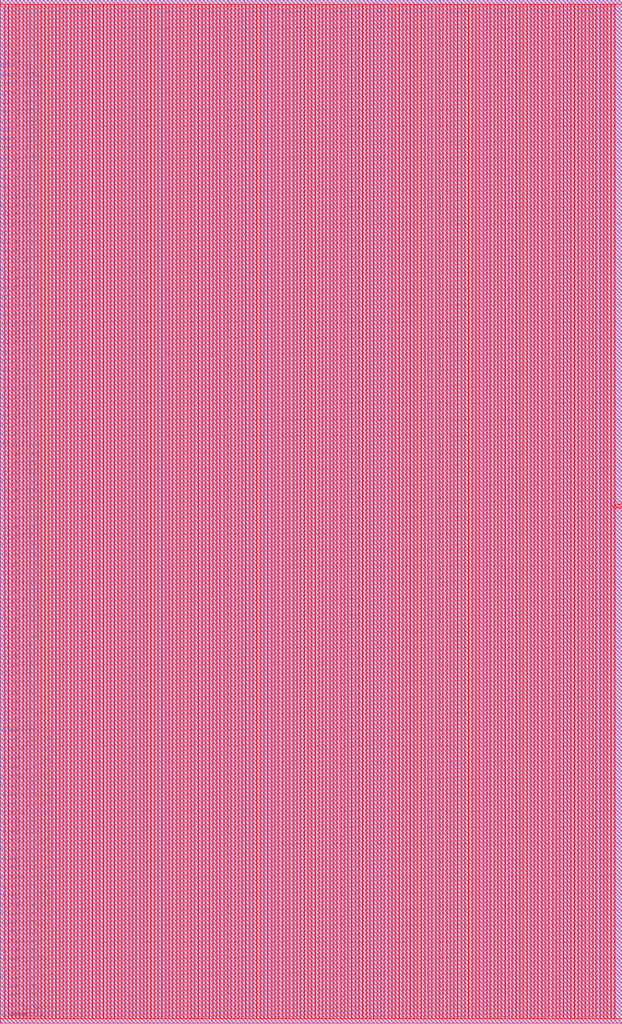
<source format=lef>
VERSION 5.7 ;
BUSBITCHARS "[]" ;
MACRO sram_32x2048_1rw
  FOREIGN sram_32x2048_1rw 0 0 ;
  SYMMETRY X Y R90 ;
  SIZE 190.760 BY 313.600 ;
  CLASS BLOCK ;
  PIN w_mask_in[0]
    DIRECTION INPUT ;
    USE SIGNAL ;
    SHAPE ABUTMENT ;
    PORT
      LAYER metal3 ;
      RECT 0.000 1.365 0.070 1.435 ;
    END
  END w_mask_in[0]
  PIN w_mask_in[1]
    DIRECTION INPUT ;
    USE SIGNAL ;
    SHAPE ABUTMENT ;
    PORT
      LAYER metal3 ;
      RECT 0.000 4.165 0.070 4.235 ;
    END
  END w_mask_in[1]
  PIN w_mask_in[2]
    DIRECTION INPUT ;
    USE SIGNAL ;
    SHAPE ABUTMENT ;
    PORT
      LAYER metal3 ;
      RECT 0.000 6.965 0.070 7.035 ;
    END
  END w_mask_in[2]
  PIN w_mask_in[3]
    DIRECTION INPUT ;
    USE SIGNAL ;
    SHAPE ABUTMENT ;
    PORT
      LAYER metal3 ;
      RECT 0.000 9.765 0.070 9.835 ;
    END
  END w_mask_in[3]
  PIN w_mask_in[4]
    DIRECTION INPUT ;
    USE SIGNAL ;
    SHAPE ABUTMENT ;
    PORT
      LAYER metal3 ;
      RECT 0.000 12.565 0.070 12.635 ;
    END
  END w_mask_in[4]
  PIN w_mask_in[5]
    DIRECTION INPUT ;
    USE SIGNAL ;
    SHAPE ABUTMENT ;
    PORT
      LAYER metal3 ;
      RECT 0.000 15.365 0.070 15.435 ;
    END
  END w_mask_in[5]
  PIN w_mask_in[6]
    DIRECTION INPUT ;
    USE SIGNAL ;
    SHAPE ABUTMENT ;
    PORT
      LAYER metal3 ;
      RECT 0.000 18.165 0.070 18.235 ;
    END
  END w_mask_in[6]
  PIN w_mask_in[7]
    DIRECTION INPUT ;
    USE SIGNAL ;
    SHAPE ABUTMENT ;
    PORT
      LAYER metal3 ;
      RECT 0.000 20.965 0.070 21.035 ;
    END
  END w_mask_in[7]
  PIN w_mask_in[8]
    DIRECTION INPUT ;
    USE SIGNAL ;
    SHAPE ABUTMENT ;
    PORT
      LAYER metal3 ;
      RECT 0.000 23.765 0.070 23.835 ;
    END
  END w_mask_in[8]
  PIN w_mask_in[9]
    DIRECTION INPUT ;
    USE SIGNAL ;
    SHAPE ABUTMENT ;
    PORT
      LAYER metal3 ;
      RECT 0.000 26.565 0.070 26.635 ;
    END
  END w_mask_in[9]
  PIN w_mask_in[10]
    DIRECTION INPUT ;
    USE SIGNAL ;
    SHAPE ABUTMENT ;
    PORT
      LAYER metal3 ;
      RECT 0.000 29.365 0.070 29.435 ;
    END
  END w_mask_in[10]
  PIN w_mask_in[11]
    DIRECTION INPUT ;
    USE SIGNAL ;
    SHAPE ABUTMENT ;
    PORT
      LAYER metal3 ;
      RECT 0.000 32.165 0.070 32.235 ;
    END
  END w_mask_in[11]
  PIN w_mask_in[12]
    DIRECTION INPUT ;
    USE SIGNAL ;
    SHAPE ABUTMENT ;
    PORT
      LAYER metal3 ;
      RECT 0.000 34.965 0.070 35.035 ;
    END
  END w_mask_in[12]
  PIN w_mask_in[13]
    DIRECTION INPUT ;
    USE SIGNAL ;
    SHAPE ABUTMENT ;
    PORT
      LAYER metal3 ;
      RECT 0.000 37.765 0.070 37.835 ;
    END
  END w_mask_in[13]
  PIN w_mask_in[14]
    DIRECTION INPUT ;
    USE SIGNAL ;
    SHAPE ABUTMENT ;
    PORT
      LAYER metal3 ;
      RECT 0.000 40.565 0.070 40.635 ;
    END
  END w_mask_in[14]
  PIN w_mask_in[15]
    DIRECTION INPUT ;
    USE SIGNAL ;
    SHAPE ABUTMENT ;
    PORT
      LAYER metal3 ;
      RECT 0.000 43.365 0.070 43.435 ;
    END
  END w_mask_in[15]
  PIN w_mask_in[16]
    DIRECTION INPUT ;
    USE SIGNAL ;
    SHAPE ABUTMENT ;
    PORT
      LAYER metal3 ;
      RECT 0.000 46.165 0.070 46.235 ;
    END
  END w_mask_in[16]
  PIN w_mask_in[17]
    DIRECTION INPUT ;
    USE SIGNAL ;
    SHAPE ABUTMENT ;
    PORT
      LAYER metal3 ;
      RECT 0.000 48.965 0.070 49.035 ;
    END
  END w_mask_in[17]
  PIN w_mask_in[18]
    DIRECTION INPUT ;
    USE SIGNAL ;
    SHAPE ABUTMENT ;
    PORT
      LAYER metal3 ;
      RECT 0.000 51.765 0.070 51.835 ;
    END
  END w_mask_in[18]
  PIN w_mask_in[19]
    DIRECTION INPUT ;
    USE SIGNAL ;
    SHAPE ABUTMENT ;
    PORT
      LAYER metal3 ;
      RECT 0.000 54.565 0.070 54.635 ;
    END
  END w_mask_in[19]
  PIN w_mask_in[20]
    DIRECTION INPUT ;
    USE SIGNAL ;
    SHAPE ABUTMENT ;
    PORT
      LAYER metal3 ;
      RECT 0.000 57.365 0.070 57.435 ;
    END
  END w_mask_in[20]
  PIN w_mask_in[21]
    DIRECTION INPUT ;
    USE SIGNAL ;
    SHAPE ABUTMENT ;
    PORT
      LAYER metal3 ;
      RECT 0.000 60.165 0.070 60.235 ;
    END
  END w_mask_in[21]
  PIN w_mask_in[22]
    DIRECTION INPUT ;
    USE SIGNAL ;
    SHAPE ABUTMENT ;
    PORT
      LAYER metal3 ;
      RECT 0.000 62.965 0.070 63.035 ;
    END
  END w_mask_in[22]
  PIN w_mask_in[23]
    DIRECTION INPUT ;
    USE SIGNAL ;
    SHAPE ABUTMENT ;
    PORT
      LAYER metal3 ;
      RECT 0.000 65.765 0.070 65.835 ;
    END
  END w_mask_in[23]
  PIN w_mask_in[24]
    DIRECTION INPUT ;
    USE SIGNAL ;
    SHAPE ABUTMENT ;
    PORT
      LAYER metal3 ;
      RECT 0.000 68.565 0.070 68.635 ;
    END
  END w_mask_in[24]
  PIN w_mask_in[25]
    DIRECTION INPUT ;
    USE SIGNAL ;
    SHAPE ABUTMENT ;
    PORT
      LAYER metal3 ;
      RECT 0.000 71.365 0.070 71.435 ;
    END
  END w_mask_in[25]
  PIN w_mask_in[26]
    DIRECTION INPUT ;
    USE SIGNAL ;
    SHAPE ABUTMENT ;
    PORT
      LAYER metal3 ;
      RECT 0.000 74.165 0.070 74.235 ;
    END
  END w_mask_in[26]
  PIN w_mask_in[27]
    DIRECTION INPUT ;
    USE SIGNAL ;
    SHAPE ABUTMENT ;
    PORT
      LAYER metal3 ;
      RECT 0.000 76.965 0.070 77.035 ;
    END
  END w_mask_in[27]
  PIN w_mask_in[28]
    DIRECTION INPUT ;
    USE SIGNAL ;
    SHAPE ABUTMENT ;
    PORT
      LAYER metal3 ;
      RECT 0.000 79.765 0.070 79.835 ;
    END
  END w_mask_in[28]
  PIN w_mask_in[29]
    DIRECTION INPUT ;
    USE SIGNAL ;
    SHAPE ABUTMENT ;
    PORT
      LAYER metal3 ;
      RECT 0.000 82.565 0.070 82.635 ;
    END
  END w_mask_in[29]
  PIN w_mask_in[30]
    DIRECTION INPUT ;
    USE SIGNAL ;
    SHAPE ABUTMENT ;
    PORT
      LAYER metal3 ;
      RECT 0.000 85.365 0.070 85.435 ;
    END
  END w_mask_in[30]
  PIN w_mask_in[31]
    DIRECTION INPUT ;
    USE SIGNAL ;
    SHAPE ABUTMENT ;
    PORT
      LAYER metal3 ;
      RECT 0.000 88.165 0.070 88.235 ;
    END
  END w_mask_in[31]
  PIN rd_out[0]
    DIRECTION OUTPUT ;
    USE SIGNAL ;
    SHAPE ABUTMENT ;
    PORT
      LAYER metal3 ;
      RECT 0.000 88.865 0.070 88.935 ;
    END
  END rd_out[0]
  PIN rd_out[1]
    DIRECTION OUTPUT ;
    USE SIGNAL ;
    SHAPE ABUTMENT ;
    PORT
      LAYER metal3 ;
      RECT 0.000 91.665 0.070 91.735 ;
    END
  END rd_out[1]
  PIN rd_out[2]
    DIRECTION OUTPUT ;
    USE SIGNAL ;
    SHAPE ABUTMENT ;
    PORT
      LAYER metal3 ;
      RECT 0.000 94.465 0.070 94.535 ;
    END
  END rd_out[2]
  PIN rd_out[3]
    DIRECTION OUTPUT ;
    USE SIGNAL ;
    SHAPE ABUTMENT ;
    PORT
      LAYER metal3 ;
      RECT 0.000 97.265 0.070 97.335 ;
    END
  END rd_out[3]
  PIN rd_out[4]
    DIRECTION OUTPUT ;
    USE SIGNAL ;
    SHAPE ABUTMENT ;
    PORT
      LAYER metal3 ;
      RECT 0.000 100.065 0.070 100.135 ;
    END
  END rd_out[4]
  PIN rd_out[5]
    DIRECTION OUTPUT ;
    USE SIGNAL ;
    SHAPE ABUTMENT ;
    PORT
      LAYER metal3 ;
      RECT 0.000 102.865 0.070 102.935 ;
    END
  END rd_out[5]
  PIN rd_out[6]
    DIRECTION OUTPUT ;
    USE SIGNAL ;
    SHAPE ABUTMENT ;
    PORT
      LAYER metal3 ;
      RECT 0.000 105.665 0.070 105.735 ;
    END
  END rd_out[6]
  PIN rd_out[7]
    DIRECTION OUTPUT ;
    USE SIGNAL ;
    SHAPE ABUTMENT ;
    PORT
      LAYER metal3 ;
      RECT 0.000 108.465 0.070 108.535 ;
    END
  END rd_out[7]
  PIN rd_out[8]
    DIRECTION OUTPUT ;
    USE SIGNAL ;
    SHAPE ABUTMENT ;
    PORT
      LAYER metal3 ;
      RECT 0.000 111.265 0.070 111.335 ;
    END
  END rd_out[8]
  PIN rd_out[9]
    DIRECTION OUTPUT ;
    USE SIGNAL ;
    SHAPE ABUTMENT ;
    PORT
      LAYER metal3 ;
      RECT 0.000 114.065 0.070 114.135 ;
    END
  END rd_out[9]
  PIN rd_out[10]
    DIRECTION OUTPUT ;
    USE SIGNAL ;
    SHAPE ABUTMENT ;
    PORT
      LAYER metal3 ;
      RECT 0.000 116.865 0.070 116.935 ;
    END
  END rd_out[10]
  PIN rd_out[11]
    DIRECTION OUTPUT ;
    USE SIGNAL ;
    SHAPE ABUTMENT ;
    PORT
      LAYER metal3 ;
      RECT 0.000 119.665 0.070 119.735 ;
    END
  END rd_out[11]
  PIN rd_out[12]
    DIRECTION OUTPUT ;
    USE SIGNAL ;
    SHAPE ABUTMENT ;
    PORT
      LAYER metal3 ;
      RECT 0.000 122.465 0.070 122.535 ;
    END
  END rd_out[12]
  PIN rd_out[13]
    DIRECTION OUTPUT ;
    USE SIGNAL ;
    SHAPE ABUTMENT ;
    PORT
      LAYER metal3 ;
      RECT 0.000 125.265 0.070 125.335 ;
    END
  END rd_out[13]
  PIN rd_out[14]
    DIRECTION OUTPUT ;
    USE SIGNAL ;
    SHAPE ABUTMENT ;
    PORT
      LAYER metal3 ;
      RECT 0.000 128.065 0.070 128.135 ;
    END
  END rd_out[14]
  PIN rd_out[15]
    DIRECTION OUTPUT ;
    USE SIGNAL ;
    SHAPE ABUTMENT ;
    PORT
      LAYER metal3 ;
      RECT 0.000 130.865 0.070 130.935 ;
    END
  END rd_out[15]
  PIN rd_out[16]
    DIRECTION OUTPUT ;
    USE SIGNAL ;
    SHAPE ABUTMENT ;
    PORT
      LAYER metal3 ;
      RECT 0.000 133.665 0.070 133.735 ;
    END
  END rd_out[16]
  PIN rd_out[17]
    DIRECTION OUTPUT ;
    USE SIGNAL ;
    SHAPE ABUTMENT ;
    PORT
      LAYER metal3 ;
      RECT 0.000 136.465 0.070 136.535 ;
    END
  END rd_out[17]
  PIN rd_out[18]
    DIRECTION OUTPUT ;
    USE SIGNAL ;
    SHAPE ABUTMENT ;
    PORT
      LAYER metal3 ;
      RECT 0.000 139.265 0.070 139.335 ;
    END
  END rd_out[18]
  PIN rd_out[19]
    DIRECTION OUTPUT ;
    USE SIGNAL ;
    SHAPE ABUTMENT ;
    PORT
      LAYER metal3 ;
      RECT 0.000 142.065 0.070 142.135 ;
    END
  END rd_out[19]
  PIN rd_out[20]
    DIRECTION OUTPUT ;
    USE SIGNAL ;
    SHAPE ABUTMENT ;
    PORT
      LAYER metal3 ;
      RECT 0.000 144.865 0.070 144.935 ;
    END
  END rd_out[20]
  PIN rd_out[21]
    DIRECTION OUTPUT ;
    USE SIGNAL ;
    SHAPE ABUTMENT ;
    PORT
      LAYER metal3 ;
      RECT 0.000 147.665 0.070 147.735 ;
    END
  END rd_out[21]
  PIN rd_out[22]
    DIRECTION OUTPUT ;
    USE SIGNAL ;
    SHAPE ABUTMENT ;
    PORT
      LAYER metal3 ;
      RECT 0.000 150.465 0.070 150.535 ;
    END
  END rd_out[22]
  PIN rd_out[23]
    DIRECTION OUTPUT ;
    USE SIGNAL ;
    SHAPE ABUTMENT ;
    PORT
      LAYER metal3 ;
      RECT 0.000 153.265 0.070 153.335 ;
    END
  END rd_out[23]
  PIN rd_out[24]
    DIRECTION OUTPUT ;
    USE SIGNAL ;
    SHAPE ABUTMENT ;
    PORT
      LAYER metal3 ;
      RECT 0.000 156.065 0.070 156.135 ;
    END
  END rd_out[24]
  PIN rd_out[25]
    DIRECTION OUTPUT ;
    USE SIGNAL ;
    SHAPE ABUTMENT ;
    PORT
      LAYER metal3 ;
      RECT 0.000 158.865 0.070 158.935 ;
    END
  END rd_out[25]
  PIN rd_out[26]
    DIRECTION OUTPUT ;
    USE SIGNAL ;
    SHAPE ABUTMENT ;
    PORT
      LAYER metal3 ;
      RECT 0.000 161.665 0.070 161.735 ;
    END
  END rd_out[26]
  PIN rd_out[27]
    DIRECTION OUTPUT ;
    USE SIGNAL ;
    SHAPE ABUTMENT ;
    PORT
      LAYER metal3 ;
      RECT 0.000 164.465 0.070 164.535 ;
    END
  END rd_out[27]
  PIN rd_out[28]
    DIRECTION OUTPUT ;
    USE SIGNAL ;
    SHAPE ABUTMENT ;
    PORT
      LAYER metal3 ;
      RECT 0.000 167.265 0.070 167.335 ;
    END
  END rd_out[28]
  PIN rd_out[29]
    DIRECTION OUTPUT ;
    USE SIGNAL ;
    SHAPE ABUTMENT ;
    PORT
      LAYER metal3 ;
      RECT 0.000 170.065 0.070 170.135 ;
    END
  END rd_out[29]
  PIN rd_out[30]
    DIRECTION OUTPUT ;
    USE SIGNAL ;
    SHAPE ABUTMENT ;
    PORT
      LAYER metal3 ;
      RECT 0.000 172.865 0.070 172.935 ;
    END
  END rd_out[30]
  PIN rd_out[31]
    DIRECTION OUTPUT ;
    USE SIGNAL ;
    SHAPE ABUTMENT ;
    PORT
      LAYER metal3 ;
      RECT 0.000 175.665 0.070 175.735 ;
    END
  END rd_out[31]
  PIN wd_in[0]
    DIRECTION INPUT ;
    USE SIGNAL ;
    SHAPE ABUTMENT ;
    PORT
      LAYER metal3 ;
      RECT 0.000 176.365 0.070 176.435 ;
    END
  END wd_in[0]
  PIN wd_in[1]
    DIRECTION INPUT ;
    USE SIGNAL ;
    SHAPE ABUTMENT ;
    PORT
      LAYER metal3 ;
      RECT 0.000 179.165 0.070 179.235 ;
    END
  END wd_in[1]
  PIN wd_in[2]
    DIRECTION INPUT ;
    USE SIGNAL ;
    SHAPE ABUTMENT ;
    PORT
      LAYER metal3 ;
      RECT 0.000 181.965 0.070 182.035 ;
    END
  END wd_in[2]
  PIN wd_in[3]
    DIRECTION INPUT ;
    USE SIGNAL ;
    SHAPE ABUTMENT ;
    PORT
      LAYER metal3 ;
      RECT 0.000 184.765 0.070 184.835 ;
    END
  END wd_in[3]
  PIN wd_in[4]
    DIRECTION INPUT ;
    USE SIGNAL ;
    SHAPE ABUTMENT ;
    PORT
      LAYER metal3 ;
      RECT 0.000 187.565 0.070 187.635 ;
    END
  END wd_in[4]
  PIN wd_in[5]
    DIRECTION INPUT ;
    USE SIGNAL ;
    SHAPE ABUTMENT ;
    PORT
      LAYER metal3 ;
      RECT 0.000 190.365 0.070 190.435 ;
    END
  END wd_in[5]
  PIN wd_in[6]
    DIRECTION INPUT ;
    USE SIGNAL ;
    SHAPE ABUTMENT ;
    PORT
      LAYER metal3 ;
      RECT 0.000 193.165 0.070 193.235 ;
    END
  END wd_in[6]
  PIN wd_in[7]
    DIRECTION INPUT ;
    USE SIGNAL ;
    SHAPE ABUTMENT ;
    PORT
      LAYER metal3 ;
      RECT 0.000 195.965 0.070 196.035 ;
    END
  END wd_in[7]
  PIN wd_in[8]
    DIRECTION INPUT ;
    USE SIGNAL ;
    SHAPE ABUTMENT ;
    PORT
      LAYER metal3 ;
      RECT 0.000 198.765 0.070 198.835 ;
    END
  END wd_in[8]
  PIN wd_in[9]
    DIRECTION INPUT ;
    USE SIGNAL ;
    SHAPE ABUTMENT ;
    PORT
      LAYER metal3 ;
      RECT 0.000 201.565 0.070 201.635 ;
    END
  END wd_in[9]
  PIN wd_in[10]
    DIRECTION INPUT ;
    USE SIGNAL ;
    SHAPE ABUTMENT ;
    PORT
      LAYER metal3 ;
      RECT 0.000 204.365 0.070 204.435 ;
    END
  END wd_in[10]
  PIN wd_in[11]
    DIRECTION INPUT ;
    USE SIGNAL ;
    SHAPE ABUTMENT ;
    PORT
      LAYER metal3 ;
      RECT 0.000 207.165 0.070 207.235 ;
    END
  END wd_in[11]
  PIN wd_in[12]
    DIRECTION INPUT ;
    USE SIGNAL ;
    SHAPE ABUTMENT ;
    PORT
      LAYER metal3 ;
      RECT 0.000 209.965 0.070 210.035 ;
    END
  END wd_in[12]
  PIN wd_in[13]
    DIRECTION INPUT ;
    USE SIGNAL ;
    SHAPE ABUTMENT ;
    PORT
      LAYER metal3 ;
      RECT 0.000 212.765 0.070 212.835 ;
    END
  END wd_in[13]
  PIN wd_in[14]
    DIRECTION INPUT ;
    USE SIGNAL ;
    SHAPE ABUTMENT ;
    PORT
      LAYER metal3 ;
      RECT 0.000 215.565 0.070 215.635 ;
    END
  END wd_in[14]
  PIN wd_in[15]
    DIRECTION INPUT ;
    USE SIGNAL ;
    SHAPE ABUTMENT ;
    PORT
      LAYER metal3 ;
      RECT 0.000 218.365 0.070 218.435 ;
    END
  END wd_in[15]
  PIN wd_in[16]
    DIRECTION INPUT ;
    USE SIGNAL ;
    SHAPE ABUTMENT ;
    PORT
      LAYER metal3 ;
      RECT 0.000 221.165 0.070 221.235 ;
    END
  END wd_in[16]
  PIN wd_in[17]
    DIRECTION INPUT ;
    USE SIGNAL ;
    SHAPE ABUTMENT ;
    PORT
      LAYER metal3 ;
      RECT 0.000 223.965 0.070 224.035 ;
    END
  END wd_in[17]
  PIN wd_in[18]
    DIRECTION INPUT ;
    USE SIGNAL ;
    SHAPE ABUTMENT ;
    PORT
      LAYER metal3 ;
      RECT 0.000 226.765 0.070 226.835 ;
    END
  END wd_in[18]
  PIN wd_in[19]
    DIRECTION INPUT ;
    USE SIGNAL ;
    SHAPE ABUTMENT ;
    PORT
      LAYER metal3 ;
      RECT 0.000 229.565 0.070 229.635 ;
    END
  END wd_in[19]
  PIN wd_in[20]
    DIRECTION INPUT ;
    USE SIGNAL ;
    SHAPE ABUTMENT ;
    PORT
      LAYER metal3 ;
      RECT 0.000 232.365 0.070 232.435 ;
    END
  END wd_in[20]
  PIN wd_in[21]
    DIRECTION INPUT ;
    USE SIGNAL ;
    SHAPE ABUTMENT ;
    PORT
      LAYER metal3 ;
      RECT 0.000 235.165 0.070 235.235 ;
    END
  END wd_in[21]
  PIN wd_in[22]
    DIRECTION INPUT ;
    USE SIGNAL ;
    SHAPE ABUTMENT ;
    PORT
      LAYER metal3 ;
      RECT 0.000 237.965 0.070 238.035 ;
    END
  END wd_in[22]
  PIN wd_in[23]
    DIRECTION INPUT ;
    USE SIGNAL ;
    SHAPE ABUTMENT ;
    PORT
      LAYER metal3 ;
      RECT 0.000 240.765 0.070 240.835 ;
    END
  END wd_in[23]
  PIN wd_in[24]
    DIRECTION INPUT ;
    USE SIGNAL ;
    SHAPE ABUTMENT ;
    PORT
      LAYER metal3 ;
      RECT 0.000 243.565 0.070 243.635 ;
    END
  END wd_in[24]
  PIN wd_in[25]
    DIRECTION INPUT ;
    USE SIGNAL ;
    SHAPE ABUTMENT ;
    PORT
      LAYER metal3 ;
      RECT 0.000 246.365 0.070 246.435 ;
    END
  END wd_in[25]
  PIN wd_in[26]
    DIRECTION INPUT ;
    USE SIGNAL ;
    SHAPE ABUTMENT ;
    PORT
      LAYER metal3 ;
      RECT 0.000 249.165 0.070 249.235 ;
    END
  END wd_in[26]
  PIN wd_in[27]
    DIRECTION INPUT ;
    USE SIGNAL ;
    SHAPE ABUTMENT ;
    PORT
      LAYER metal3 ;
      RECT 0.000 251.965 0.070 252.035 ;
    END
  END wd_in[27]
  PIN wd_in[28]
    DIRECTION INPUT ;
    USE SIGNAL ;
    SHAPE ABUTMENT ;
    PORT
      LAYER metal3 ;
      RECT 0.000 254.765 0.070 254.835 ;
    END
  END wd_in[28]
  PIN wd_in[29]
    DIRECTION INPUT ;
    USE SIGNAL ;
    SHAPE ABUTMENT ;
    PORT
      LAYER metal3 ;
      RECT 0.000 257.565 0.070 257.635 ;
    END
  END wd_in[29]
  PIN wd_in[30]
    DIRECTION INPUT ;
    USE SIGNAL ;
    SHAPE ABUTMENT ;
    PORT
      LAYER metal3 ;
      RECT 0.000 260.365 0.070 260.435 ;
    END
  END wd_in[30]
  PIN wd_in[31]
    DIRECTION INPUT ;
    USE SIGNAL ;
    SHAPE ABUTMENT ;
    PORT
      LAYER metal3 ;
      RECT 0.000 263.165 0.070 263.235 ;
    END
  END wd_in[31]
  PIN addr_in[0]
    DIRECTION INPUT ;
    USE SIGNAL ;
    SHAPE ABUTMENT ;
    PORT
      LAYER metal3 ;
      RECT 0.000 263.865 0.070 263.935 ;
    END
  END addr_in[0]
  PIN addr_in[1]
    DIRECTION INPUT ;
    USE SIGNAL ;
    SHAPE ABUTMENT ;
    PORT
      LAYER metal3 ;
      RECT 0.000 266.665 0.070 266.735 ;
    END
  END addr_in[1]
  PIN addr_in[2]
    DIRECTION INPUT ;
    USE SIGNAL ;
    SHAPE ABUTMENT ;
    PORT
      LAYER metal3 ;
      RECT 0.000 269.465 0.070 269.535 ;
    END
  END addr_in[2]
  PIN addr_in[3]
    DIRECTION INPUT ;
    USE SIGNAL ;
    SHAPE ABUTMENT ;
    PORT
      LAYER metal3 ;
      RECT 0.000 272.265 0.070 272.335 ;
    END
  END addr_in[3]
  PIN addr_in[4]
    DIRECTION INPUT ;
    USE SIGNAL ;
    SHAPE ABUTMENT ;
    PORT
      LAYER metal3 ;
      RECT 0.000 275.065 0.070 275.135 ;
    END
  END addr_in[4]
  PIN addr_in[5]
    DIRECTION INPUT ;
    USE SIGNAL ;
    SHAPE ABUTMENT ;
    PORT
      LAYER metal3 ;
      RECT 0.000 277.865 0.070 277.935 ;
    END
  END addr_in[5]
  PIN addr_in[6]
    DIRECTION INPUT ;
    USE SIGNAL ;
    SHAPE ABUTMENT ;
    PORT
      LAYER metal3 ;
      RECT 0.000 280.665 0.070 280.735 ;
    END
  END addr_in[6]
  PIN addr_in[7]
    DIRECTION INPUT ;
    USE SIGNAL ;
    SHAPE ABUTMENT ;
    PORT
      LAYER metal3 ;
      RECT 0.000 283.465 0.070 283.535 ;
    END
  END addr_in[7]
  PIN addr_in[8]
    DIRECTION INPUT ;
    USE SIGNAL ;
    SHAPE ABUTMENT ;
    PORT
      LAYER metal3 ;
      RECT 0.000 286.265 0.070 286.335 ;
    END
  END addr_in[8]
  PIN addr_in[9]
    DIRECTION INPUT ;
    USE SIGNAL ;
    SHAPE ABUTMENT ;
    PORT
      LAYER metal3 ;
      RECT 0.000 289.065 0.070 289.135 ;
    END
  END addr_in[9]
  PIN addr_in[10]
    DIRECTION INPUT ;
    USE SIGNAL ;
    SHAPE ABUTMENT ;
    PORT
      LAYER metal3 ;
      RECT 0.000 291.865 0.070 291.935 ;
    END
  END addr_in[10]
  PIN we_in
    DIRECTION INPUT ;
    USE SIGNAL ;
    SHAPE ABUTMENT ;
    PORT
      LAYER metal3 ;
      RECT 0.000 292.565 0.070 292.635 ;
    END
  END we_in
  PIN ce_in
    DIRECTION INPUT ;
    USE SIGNAL ;
    SHAPE ABUTMENT ;
    PORT
      LAYER metal3 ;
      RECT 0.000 295.365 0.070 295.435 ;
    END
  END ce_in
  PIN clk
    DIRECTION INPUT ;
    USE SIGNAL ;
    SHAPE ABUTMENT ;
    PORT
      LAYER metal3 ;
      RECT 0.000 298.165 0.070 298.235 ;
    END
  END clk
  PIN VSS
    DIRECTION INOUT ;
    USE GROUND ;
    PORT
      LAYER metal4 ;
      RECT 1.260 1.400 1.540 312.200 ;
      RECT 3.500 1.400 3.780 312.200 ;
      RECT 5.740 1.400 6.020 312.200 ;
      RECT 7.980 1.400 8.260 312.200 ;
      RECT 10.220 1.400 10.500 312.200 ;
      RECT 12.460 1.400 12.740 312.200 ;
      RECT 14.700 1.400 14.980 312.200 ;
      RECT 16.940 1.400 17.220 312.200 ;
      RECT 19.180 1.400 19.460 312.200 ;
      RECT 21.420 1.400 21.700 312.200 ;
      RECT 23.660 1.400 23.940 312.200 ;
      RECT 25.900 1.400 26.180 312.200 ;
      RECT 28.140 1.400 28.420 312.200 ;
      RECT 30.380 1.400 30.660 312.200 ;
      RECT 32.620 1.400 32.900 312.200 ;
      RECT 34.860 1.400 35.140 312.200 ;
      RECT 37.100 1.400 37.380 312.200 ;
      RECT 39.340 1.400 39.620 312.200 ;
      RECT 41.580 1.400 41.860 312.200 ;
      RECT 43.820 1.400 44.100 312.200 ;
      RECT 46.060 1.400 46.340 312.200 ;
      RECT 48.300 1.400 48.580 312.200 ;
      RECT 50.540 1.400 50.820 312.200 ;
      RECT 52.780 1.400 53.060 312.200 ;
      RECT 55.020 1.400 55.300 312.200 ;
      RECT 57.260 1.400 57.540 312.200 ;
      RECT 59.500 1.400 59.780 312.200 ;
      RECT 61.740 1.400 62.020 312.200 ;
      RECT 63.980 1.400 64.260 312.200 ;
      RECT 66.220 1.400 66.500 312.200 ;
      RECT 68.460 1.400 68.740 312.200 ;
      RECT 70.700 1.400 70.980 312.200 ;
      RECT 72.940 1.400 73.220 312.200 ;
      RECT 75.180 1.400 75.460 312.200 ;
      RECT 77.420 1.400 77.700 312.200 ;
      RECT 79.660 1.400 79.940 312.200 ;
      RECT 81.900 1.400 82.180 312.200 ;
      RECT 84.140 1.400 84.420 312.200 ;
      RECT 86.380 1.400 86.660 312.200 ;
      RECT 88.620 1.400 88.900 312.200 ;
      RECT 90.860 1.400 91.140 312.200 ;
      RECT 93.100 1.400 93.380 312.200 ;
      RECT 95.340 1.400 95.620 312.200 ;
      RECT 97.580 1.400 97.860 312.200 ;
      RECT 99.820 1.400 100.100 312.200 ;
      RECT 102.060 1.400 102.340 312.200 ;
      RECT 104.300 1.400 104.580 312.200 ;
      RECT 106.540 1.400 106.820 312.200 ;
      RECT 108.780 1.400 109.060 312.200 ;
      RECT 111.020 1.400 111.300 312.200 ;
      RECT 113.260 1.400 113.540 312.200 ;
      RECT 115.500 1.400 115.780 312.200 ;
      RECT 117.740 1.400 118.020 312.200 ;
      RECT 119.980 1.400 120.260 312.200 ;
      RECT 122.220 1.400 122.500 312.200 ;
      RECT 124.460 1.400 124.740 312.200 ;
      RECT 126.700 1.400 126.980 312.200 ;
      RECT 128.940 1.400 129.220 312.200 ;
      RECT 131.180 1.400 131.460 312.200 ;
      RECT 133.420 1.400 133.700 312.200 ;
      RECT 135.660 1.400 135.940 312.200 ;
      RECT 137.900 1.400 138.180 312.200 ;
      RECT 140.140 1.400 140.420 312.200 ;
      RECT 142.380 1.400 142.660 312.200 ;
      RECT 144.620 1.400 144.900 312.200 ;
      RECT 146.860 1.400 147.140 312.200 ;
      RECT 149.100 1.400 149.380 312.200 ;
      RECT 151.340 1.400 151.620 312.200 ;
      RECT 153.580 1.400 153.860 312.200 ;
      RECT 155.820 1.400 156.100 312.200 ;
      RECT 158.060 1.400 158.340 312.200 ;
      RECT 160.300 1.400 160.580 312.200 ;
      RECT 162.540 1.400 162.820 312.200 ;
      RECT 164.780 1.400 165.060 312.200 ;
      RECT 167.020 1.400 167.300 312.200 ;
      RECT 169.260 1.400 169.540 312.200 ;
      RECT 171.500 1.400 171.780 312.200 ;
      RECT 173.740 1.400 174.020 312.200 ;
      RECT 175.980 1.400 176.260 312.200 ;
      RECT 178.220 1.400 178.500 312.200 ;
      RECT 180.460 1.400 180.740 312.200 ;
      RECT 182.700 1.400 182.980 312.200 ;
      RECT 184.940 1.400 185.220 312.200 ;
      RECT 187.180 1.400 187.460 312.200 ;
    END
  END VSS
  PIN VDD
    DIRECTION INOUT ;
    USE POWER ;
    PORT
      LAYER metal4 ;
      RECT 2.380 1.400 2.660 312.200 ;
      RECT 4.620 1.400 4.900 312.200 ;
      RECT 6.860 1.400 7.140 312.200 ;
      RECT 9.100 1.400 9.380 312.200 ;
      RECT 11.340 1.400 11.620 312.200 ;
      RECT 13.580 1.400 13.860 312.200 ;
      RECT 15.820 1.400 16.100 312.200 ;
      RECT 18.060 1.400 18.340 312.200 ;
      RECT 20.300 1.400 20.580 312.200 ;
      RECT 22.540 1.400 22.820 312.200 ;
      RECT 24.780 1.400 25.060 312.200 ;
      RECT 27.020 1.400 27.300 312.200 ;
      RECT 29.260 1.400 29.540 312.200 ;
      RECT 31.500 1.400 31.780 312.200 ;
      RECT 33.740 1.400 34.020 312.200 ;
      RECT 35.980 1.400 36.260 312.200 ;
      RECT 38.220 1.400 38.500 312.200 ;
      RECT 40.460 1.400 40.740 312.200 ;
      RECT 42.700 1.400 42.980 312.200 ;
      RECT 44.940 1.400 45.220 312.200 ;
      RECT 47.180 1.400 47.460 312.200 ;
      RECT 49.420 1.400 49.700 312.200 ;
      RECT 51.660 1.400 51.940 312.200 ;
      RECT 53.900 1.400 54.180 312.200 ;
      RECT 56.140 1.400 56.420 312.200 ;
      RECT 58.380 1.400 58.660 312.200 ;
      RECT 60.620 1.400 60.900 312.200 ;
      RECT 62.860 1.400 63.140 312.200 ;
      RECT 65.100 1.400 65.380 312.200 ;
      RECT 67.340 1.400 67.620 312.200 ;
      RECT 69.580 1.400 69.860 312.200 ;
      RECT 71.820 1.400 72.100 312.200 ;
      RECT 74.060 1.400 74.340 312.200 ;
      RECT 76.300 1.400 76.580 312.200 ;
      RECT 78.540 1.400 78.820 312.200 ;
      RECT 80.780 1.400 81.060 312.200 ;
      RECT 83.020 1.400 83.300 312.200 ;
      RECT 85.260 1.400 85.540 312.200 ;
      RECT 87.500 1.400 87.780 312.200 ;
      RECT 89.740 1.400 90.020 312.200 ;
      RECT 91.980 1.400 92.260 312.200 ;
      RECT 94.220 1.400 94.500 312.200 ;
      RECT 96.460 1.400 96.740 312.200 ;
      RECT 98.700 1.400 98.980 312.200 ;
      RECT 100.940 1.400 101.220 312.200 ;
      RECT 103.180 1.400 103.460 312.200 ;
      RECT 105.420 1.400 105.700 312.200 ;
      RECT 107.660 1.400 107.940 312.200 ;
      RECT 109.900 1.400 110.180 312.200 ;
      RECT 112.140 1.400 112.420 312.200 ;
      RECT 114.380 1.400 114.660 312.200 ;
      RECT 116.620 1.400 116.900 312.200 ;
      RECT 118.860 1.400 119.140 312.200 ;
      RECT 121.100 1.400 121.380 312.200 ;
      RECT 123.340 1.400 123.620 312.200 ;
      RECT 125.580 1.400 125.860 312.200 ;
      RECT 127.820 1.400 128.100 312.200 ;
      RECT 130.060 1.400 130.340 312.200 ;
      RECT 132.300 1.400 132.580 312.200 ;
      RECT 134.540 1.400 134.820 312.200 ;
      RECT 136.780 1.400 137.060 312.200 ;
      RECT 139.020 1.400 139.300 312.200 ;
      RECT 141.260 1.400 141.540 312.200 ;
      RECT 143.500 1.400 143.780 312.200 ;
      RECT 145.740 1.400 146.020 312.200 ;
      RECT 147.980 1.400 148.260 312.200 ;
      RECT 150.220 1.400 150.500 312.200 ;
      RECT 152.460 1.400 152.740 312.200 ;
      RECT 154.700 1.400 154.980 312.200 ;
      RECT 156.940 1.400 157.220 312.200 ;
      RECT 159.180 1.400 159.460 312.200 ;
      RECT 161.420 1.400 161.700 312.200 ;
      RECT 163.660 1.400 163.940 312.200 ;
      RECT 165.900 1.400 166.180 312.200 ;
      RECT 168.140 1.400 168.420 312.200 ;
      RECT 170.380 1.400 170.660 312.200 ;
      RECT 172.620 1.400 172.900 312.200 ;
      RECT 174.860 1.400 175.140 312.200 ;
      RECT 177.100 1.400 177.380 312.200 ;
      RECT 179.340 1.400 179.620 312.200 ;
      RECT 181.580 1.400 181.860 312.200 ;
      RECT 183.820 1.400 184.100 312.200 ;
      RECT 186.060 1.400 186.340 312.200 ;
      RECT 188.300 1.400 188.580 312.200 ;
    END
  END VDD
  OBS
    LAYER metal1 ;
    RECT 0 0 190.760 313.600 ;
    LAYER metal2 ;
    RECT 0 0 190.760 313.600 ;
    LAYER metal3 ;
    RECT 0.070 0 190.760 313.600 ;
    RECT 0 0.000 0.070 1.365 ;
    RECT 0 1.435 0.070 4.165 ;
    RECT 0 4.235 0.070 6.965 ;
    RECT 0 7.035 0.070 9.765 ;
    RECT 0 9.835 0.070 12.565 ;
    RECT 0 12.635 0.070 15.365 ;
    RECT 0 15.435 0.070 18.165 ;
    RECT 0 18.235 0.070 20.965 ;
    RECT 0 21.035 0.070 23.765 ;
    RECT 0 23.835 0.070 26.565 ;
    RECT 0 26.635 0.070 29.365 ;
    RECT 0 29.435 0.070 32.165 ;
    RECT 0 32.235 0.070 34.965 ;
    RECT 0 35.035 0.070 37.765 ;
    RECT 0 37.835 0.070 40.565 ;
    RECT 0 40.635 0.070 43.365 ;
    RECT 0 43.435 0.070 46.165 ;
    RECT 0 46.235 0.070 48.965 ;
    RECT 0 49.035 0.070 51.765 ;
    RECT 0 51.835 0.070 54.565 ;
    RECT 0 54.635 0.070 57.365 ;
    RECT 0 57.435 0.070 60.165 ;
    RECT 0 60.235 0.070 62.965 ;
    RECT 0 63.035 0.070 65.765 ;
    RECT 0 65.835 0.070 68.565 ;
    RECT 0 68.635 0.070 71.365 ;
    RECT 0 71.435 0.070 74.165 ;
    RECT 0 74.235 0.070 76.965 ;
    RECT 0 77.035 0.070 79.765 ;
    RECT 0 79.835 0.070 82.565 ;
    RECT 0 82.635 0.070 85.365 ;
    RECT 0 85.435 0.070 88.165 ;
    RECT 0 88.235 0.070 88.865 ;
    RECT 0 88.935 0.070 91.665 ;
    RECT 0 91.735 0.070 94.465 ;
    RECT 0 94.535 0.070 97.265 ;
    RECT 0 97.335 0.070 100.065 ;
    RECT 0 100.135 0.070 102.865 ;
    RECT 0 102.935 0.070 105.665 ;
    RECT 0 105.735 0.070 108.465 ;
    RECT 0 108.535 0.070 111.265 ;
    RECT 0 111.335 0.070 114.065 ;
    RECT 0 114.135 0.070 116.865 ;
    RECT 0 116.935 0.070 119.665 ;
    RECT 0 119.735 0.070 122.465 ;
    RECT 0 122.535 0.070 125.265 ;
    RECT 0 125.335 0.070 128.065 ;
    RECT 0 128.135 0.070 130.865 ;
    RECT 0 130.935 0.070 133.665 ;
    RECT 0 133.735 0.070 136.465 ;
    RECT 0 136.535 0.070 139.265 ;
    RECT 0 139.335 0.070 142.065 ;
    RECT 0 142.135 0.070 144.865 ;
    RECT 0 144.935 0.070 147.665 ;
    RECT 0 147.735 0.070 150.465 ;
    RECT 0 150.535 0.070 153.265 ;
    RECT 0 153.335 0.070 156.065 ;
    RECT 0 156.135 0.070 158.865 ;
    RECT 0 158.935 0.070 161.665 ;
    RECT 0 161.735 0.070 164.465 ;
    RECT 0 164.535 0.070 167.265 ;
    RECT 0 167.335 0.070 170.065 ;
    RECT 0 170.135 0.070 172.865 ;
    RECT 0 172.935 0.070 175.665 ;
    RECT 0 175.735 0.070 176.365 ;
    RECT 0 176.435 0.070 179.165 ;
    RECT 0 179.235 0.070 181.965 ;
    RECT 0 182.035 0.070 184.765 ;
    RECT 0 184.835 0.070 187.565 ;
    RECT 0 187.635 0.070 190.365 ;
    RECT 0 190.435 0.070 193.165 ;
    RECT 0 193.235 0.070 195.965 ;
    RECT 0 196.035 0.070 198.765 ;
    RECT 0 198.835 0.070 201.565 ;
    RECT 0 201.635 0.070 204.365 ;
    RECT 0 204.435 0.070 207.165 ;
    RECT 0 207.235 0.070 209.965 ;
    RECT 0 210.035 0.070 212.765 ;
    RECT 0 212.835 0.070 215.565 ;
    RECT 0 215.635 0.070 218.365 ;
    RECT 0 218.435 0.070 221.165 ;
    RECT 0 221.235 0.070 223.965 ;
    RECT 0 224.035 0.070 226.765 ;
    RECT 0 226.835 0.070 229.565 ;
    RECT 0 229.635 0.070 232.365 ;
    RECT 0 232.435 0.070 235.165 ;
    RECT 0 235.235 0.070 237.965 ;
    RECT 0 238.035 0.070 240.765 ;
    RECT 0 240.835 0.070 243.565 ;
    RECT 0 243.635 0.070 246.365 ;
    RECT 0 246.435 0.070 249.165 ;
    RECT 0 249.235 0.070 251.965 ;
    RECT 0 252.035 0.070 254.765 ;
    RECT 0 254.835 0.070 257.565 ;
    RECT 0 257.635 0.070 260.365 ;
    RECT 0 260.435 0.070 263.165 ;
    RECT 0 263.235 0.070 263.865 ;
    RECT 0 263.935 0.070 266.665 ;
    RECT 0 266.735 0.070 269.465 ;
    RECT 0 269.535 0.070 272.265 ;
    RECT 0 272.335 0.070 275.065 ;
    RECT 0 275.135 0.070 277.865 ;
    RECT 0 277.935 0.070 280.665 ;
    RECT 0 280.735 0.070 283.465 ;
    RECT 0 283.535 0.070 286.265 ;
    RECT 0 286.335 0.070 289.065 ;
    RECT 0 289.135 0.070 291.865 ;
    RECT 0 291.935 0.070 292.565 ;
    RECT 0 292.635 0.070 295.365 ;
    RECT 0 295.435 0.070 298.165 ;
    RECT 0 298.235 0.070 313.600 ;
    LAYER metal4 ;
    RECT 0 0 190.760 1.400 ;
    RECT 0 312.200 190.760 313.600 ;
    RECT 0.000 1.400 1.260 312.200 ;
    RECT 1.540 1.400 2.380 312.200 ;
    RECT 2.660 1.400 3.500 312.200 ;
    RECT 3.780 1.400 4.620 312.200 ;
    RECT 4.900 1.400 5.740 312.200 ;
    RECT 6.020 1.400 6.860 312.200 ;
    RECT 7.140 1.400 7.980 312.200 ;
    RECT 8.260 1.400 9.100 312.200 ;
    RECT 9.380 1.400 10.220 312.200 ;
    RECT 10.500 1.400 11.340 312.200 ;
    RECT 11.620 1.400 12.460 312.200 ;
    RECT 12.740 1.400 13.580 312.200 ;
    RECT 13.860 1.400 14.700 312.200 ;
    RECT 14.980 1.400 15.820 312.200 ;
    RECT 16.100 1.400 16.940 312.200 ;
    RECT 17.220 1.400 18.060 312.200 ;
    RECT 18.340 1.400 19.180 312.200 ;
    RECT 19.460 1.400 20.300 312.200 ;
    RECT 20.580 1.400 21.420 312.200 ;
    RECT 21.700 1.400 22.540 312.200 ;
    RECT 22.820 1.400 23.660 312.200 ;
    RECT 23.940 1.400 24.780 312.200 ;
    RECT 25.060 1.400 25.900 312.200 ;
    RECT 26.180 1.400 27.020 312.200 ;
    RECT 27.300 1.400 28.140 312.200 ;
    RECT 28.420 1.400 29.260 312.200 ;
    RECT 29.540 1.400 30.380 312.200 ;
    RECT 30.660 1.400 31.500 312.200 ;
    RECT 31.780 1.400 32.620 312.200 ;
    RECT 32.900 1.400 33.740 312.200 ;
    RECT 34.020 1.400 34.860 312.200 ;
    RECT 35.140 1.400 35.980 312.200 ;
    RECT 36.260 1.400 37.100 312.200 ;
    RECT 37.380 1.400 38.220 312.200 ;
    RECT 38.500 1.400 39.340 312.200 ;
    RECT 39.620 1.400 40.460 312.200 ;
    RECT 40.740 1.400 41.580 312.200 ;
    RECT 41.860 1.400 42.700 312.200 ;
    RECT 42.980 1.400 43.820 312.200 ;
    RECT 44.100 1.400 44.940 312.200 ;
    RECT 45.220 1.400 46.060 312.200 ;
    RECT 46.340 1.400 47.180 312.200 ;
    RECT 47.460 1.400 48.300 312.200 ;
    RECT 48.580 1.400 49.420 312.200 ;
    RECT 49.700 1.400 50.540 312.200 ;
    RECT 50.820 1.400 51.660 312.200 ;
    RECT 51.940 1.400 52.780 312.200 ;
    RECT 53.060 1.400 53.900 312.200 ;
    RECT 54.180 1.400 55.020 312.200 ;
    RECT 55.300 1.400 56.140 312.200 ;
    RECT 56.420 1.400 57.260 312.200 ;
    RECT 57.540 1.400 58.380 312.200 ;
    RECT 58.660 1.400 59.500 312.200 ;
    RECT 59.780 1.400 60.620 312.200 ;
    RECT 60.900 1.400 61.740 312.200 ;
    RECT 62.020 1.400 62.860 312.200 ;
    RECT 63.140 1.400 63.980 312.200 ;
    RECT 64.260 1.400 65.100 312.200 ;
    RECT 65.380 1.400 66.220 312.200 ;
    RECT 66.500 1.400 67.340 312.200 ;
    RECT 67.620 1.400 68.460 312.200 ;
    RECT 68.740 1.400 69.580 312.200 ;
    RECT 69.860 1.400 70.700 312.200 ;
    RECT 70.980 1.400 71.820 312.200 ;
    RECT 72.100 1.400 72.940 312.200 ;
    RECT 73.220 1.400 74.060 312.200 ;
    RECT 74.340 1.400 75.180 312.200 ;
    RECT 75.460 1.400 76.300 312.200 ;
    RECT 76.580 1.400 77.420 312.200 ;
    RECT 77.700 1.400 78.540 312.200 ;
    RECT 78.820 1.400 79.660 312.200 ;
    RECT 79.940 1.400 80.780 312.200 ;
    RECT 81.060 1.400 81.900 312.200 ;
    RECT 82.180 1.400 83.020 312.200 ;
    RECT 83.300 1.400 84.140 312.200 ;
    RECT 84.420 1.400 85.260 312.200 ;
    RECT 85.540 1.400 86.380 312.200 ;
    RECT 86.660 1.400 87.500 312.200 ;
    RECT 87.780 1.400 88.620 312.200 ;
    RECT 88.900 1.400 89.740 312.200 ;
    RECT 90.020 1.400 90.860 312.200 ;
    RECT 91.140 1.400 91.980 312.200 ;
    RECT 92.260 1.400 93.100 312.200 ;
    RECT 93.380 1.400 94.220 312.200 ;
    RECT 94.500 1.400 95.340 312.200 ;
    RECT 95.620 1.400 96.460 312.200 ;
    RECT 96.740 1.400 97.580 312.200 ;
    RECT 97.860 1.400 98.700 312.200 ;
    RECT 98.980 1.400 99.820 312.200 ;
    RECT 100.100 1.400 100.940 312.200 ;
    RECT 101.220 1.400 102.060 312.200 ;
    RECT 102.340 1.400 103.180 312.200 ;
    RECT 103.460 1.400 104.300 312.200 ;
    RECT 104.580 1.400 105.420 312.200 ;
    RECT 105.700 1.400 106.540 312.200 ;
    RECT 106.820 1.400 107.660 312.200 ;
    RECT 107.940 1.400 108.780 312.200 ;
    RECT 109.060 1.400 109.900 312.200 ;
    RECT 110.180 1.400 111.020 312.200 ;
    RECT 111.300 1.400 112.140 312.200 ;
    RECT 112.420 1.400 113.260 312.200 ;
    RECT 113.540 1.400 114.380 312.200 ;
    RECT 114.660 1.400 115.500 312.200 ;
    RECT 115.780 1.400 116.620 312.200 ;
    RECT 116.900 1.400 117.740 312.200 ;
    RECT 118.020 1.400 118.860 312.200 ;
    RECT 119.140 1.400 119.980 312.200 ;
    RECT 120.260 1.400 121.100 312.200 ;
    RECT 121.380 1.400 122.220 312.200 ;
    RECT 122.500 1.400 123.340 312.200 ;
    RECT 123.620 1.400 124.460 312.200 ;
    RECT 124.740 1.400 125.580 312.200 ;
    RECT 125.860 1.400 126.700 312.200 ;
    RECT 126.980 1.400 127.820 312.200 ;
    RECT 128.100 1.400 128.940 312.200 ;
    RECT 129.220 1.400 130.060 312.200 ;
    RECT 130.340 1.400 131.180 312.200 ;
    RECT 131.460 1.400 132.300 312.200 ;
    RECT 132.580 1.400 133.420 312.200 ;
    RECT 133.700 1.400 134.540 312.200 ;
    RECT 134.820 1.400 135.660 312.200 ;
    RECT 135.940 1.400 136.780 312.200 ;
    RECT 137.060 1.400 137.900 312.200 ;
    RECT 138.180 1.400 139.020 312.200 ;
    RECT 139.300 1.400 140.140 312.200 ;
    RECT 140.420 1.400 141.260 312.200 ;
    RECT 141.540 1.400 142.380 312.200 ;
    RECT 142.660 1.400 143.500 312.200 ;
    RECT 143.780 1.400 144.620 312.200 ;
    RECT 144.900 1.400 145.740 312.200 ;
    RECT 146.020 1.400 146.860 312.200 ;
    RECT 147.140 1.400 147.980 312.200 ;
    RECT 148.260 1.400 149.100 312.200 ;
    RECT 149.380 1.400 150.220 312.200 ;
    RECT 150.500 1.400 151.340 312.200 ;
    RECT 151.620 1.400 152.460 312.200 ;
    RECT 152.740 1.400 153.580 312.200 ;
    RECT 153.860 1.400 154.700 312.200 ;
    RECT 154.980 1.400 155.820 312.200 ;
    RECT 156.100 1.400 156.940 312.200 ;
    RECT 157.220 1.400 158.060 312.200 ;
    RECT 158.340 1.400 159.180 312.200 ;
    RECT 159.460 1.400 160.300 312.200 ;
    RECT 160.580 1.400 161.420 312.200 ;
    RECT 161.700 1.400 162.540 312.200 ;
    RECT 162.820 1.400 163.660 312.200 ;
    RECT 163.940 1.400 164.780 312.200 ;
    RECT 165.060 1.400 165.900 312.200 ;
    RECT 166.180 1.400 167.020 312.200 ;
    RECT 167.300 1.400 168.140 312.200 ;
    RECT 168.420 1.400 169.260 312.200 ;
    RECT 169.540 1.400 170.380 312.200 ;
    RECT 170.660 1.400 171.500 312.200 ;
    RECT 171.780 1.400 172.620 312.200 ;
    RECT 172.900 1.400 173.740 312.200 ;
    RECT 174.020 1.400 174.860 312.200 ;
    RECT 175.140 1.400 175.980 312.200 ;
    RECT 176.260 1.400 177.100 312.200 ;
    RECT 177.380 1.400 178.220 312.200 ;
    RECT 178.500 1.400 179.340 312.200 ;
    RECT 179.620 1.400 180.460 312.200 ;
    RECT 180.740 1.400 181.580 312.200 ;
    RECT 181.860 1.400 182.700 312.200 ;
    RECT 182.980 1.400 183.820 312.200 ;
    RECT 184.100 1.400 184.940 312.200 ;
    RECT 185.220 1.400 186.060 312.200 ;
    RECT 186.340 1.400 187.180 312.200 ;
    RECT 187.460 1.400 188.300 312.200 ;
    RECT 188.580 1.400 190.760 312.200 ;
    LAYER OVERLAP ;
    RECT 0 0 190.760 313.600 ;
  END
END sram_32x2048_1rw

END LIBRARY

</source>
